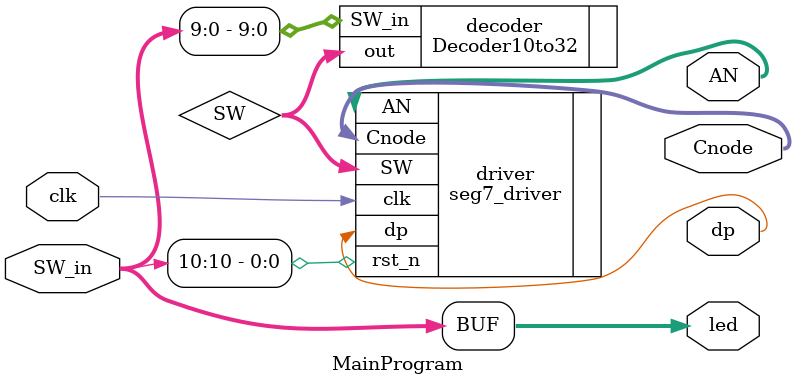
<source format=v>
`timescale 1ns / 1ps


module MainProgram(
    input clk,
    input [10:0] SW_in,     // [10] rst_n, [9:8] digit, [7:0] input
    output [10:0] led,
    output [6:0] Cnode,     // 7-seg [a-g]
    output dp,              
    output [7:0] AN         // 7-seg enable lines
);

    wire [31:0] SW;
    
    Decoder10to32 decoder(.SW_in(SW_in[9:0]), .out(SW));
    seg7_driver driver(.clk(clk), .rst_n(SW_in[10]), .SW(SW), .Cnode(Cnode), .dp(dp), .AN(AN));
    
    assign led = SW_in;

endmodule

</source>
